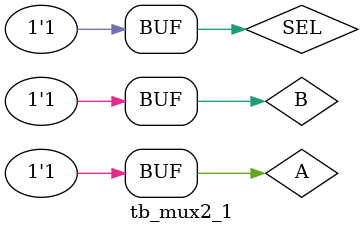
<source format=sv>
`timescale 1 ns / 1 ns
module tb_mux2_1;
    reg A, B, SEL;
    wire OUT;

    MUX2_1 UUT(A, B, SEL, OUT);

    initial begin
        #0 A = 1'b0; B = 1'b0; SEL = 1'b0;
        #1 A = 1'b0; B = 1'b0; SEL = 1'b1;
        #1 A = 1'b0; B = 1'b1; SEL = 1'b0;
        #1 A = 1'b0; B = 1'b1; SEL = 1'b1;
        #1 A = 1'b1; B = 1'b0; SEL = 1'b0;
        #1 A = 1'b1; B = 1'b0; SEL = 1'b1;
        #1 A = 1'b1; B = 1'b1; SEL = 1'b0;
        #1 A = 1'b1; B = 1'b1; SEL = 1'b1;
    end
endmodule
</source>
